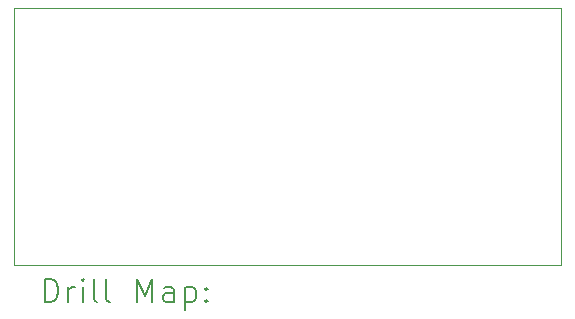
<source format=gbr>
%TF.GenerationSoftware,KiCad,Pcbnew,7.0.7*%
%TF.CreationDate,2023-09-21T17:56:14-04:00*%
%TF.ProjectId,Little_Master_Board,4c697474-6c65-45f4-9d61-737465725f42,rev?*%
%TF.SameCoordinates,Original*%
%TF.FileFunction,Drillmap*%
%TF.FilePolarity,Positive*%
%FSLAX45Y45*%
G04 Gerber Fmt 4.5, Leading zero omitted, Abs format (unit mm)*
G04 Created by KiCad (PCBNEW 7.0.7) date 2023-09-21 17:56:14*
%MOMM*%
%LPD*%
G01*
G04 APERTURE LIST*
%ADD10C,0.100000*%
%ADD11C,0.200000*%
G04 APERTURE END LIST*
D10*
X11170920Y-5821680D02*
X15798800Y-5821680D01*
X15798800Y-7995920D01*
X11170920Y-7995920D01*
X11170920Y-5821680D01*
D11*
X11426697Y-8312404D02*
X11426697Y-8112404D01*
X11426697Y-8112404D02*
X11474316Y-8112404D01*
X11474316Y-8112404D02*
X11502887Y-8121928D01*
X11502887Y-8121928D02*
X11521935Y-8140975D01*
X11521935Y-8140975D02*
X11531459Y-8160023D01*
X11531459Y-8160023D02*
X11540982Y-8198118D01*
X11540982Y-8198118D02*
X11540982Y-8226689D01*
X11540982Y-8226689D02*
X11531459Y-8264785D01*
X11531459Y-8264785D02*
X11521935Y-8283832D01*
X11521935Y-8283832D02*
X11502887Y-8302880D01*
X11502887Y-8302880D02*
X11474316Y-8312404D01*
X11474316Y-8312404D02*
X11426697Y-8312404D01*
X11626697Y-8312404D02*
X11626697Y-8179070D01*
X11626697Y-8217166D02*
X11636221Y-8198118D01*
X11636221Y-8198118D02*
X11645744Y-8188594D01*
X11645744Y-8188594D02*
X11664792Y-8179070D01*
X11664792Y-8179070D02*
X11683840Y-8179070D01*
X11750506Y-8312404D02*
X11750506Y-8179070D01*
X11750506Y-8112404D02*
X11740982Y-8121928D01*
X11740982Y-8121928D02*
X11750506Y-8131451D01*
X11750506Y-8131451D02*
X11760030Y-8121928D01*
X11760030Y-8121928D02*
X11750506Y-8112404D01*
X11750506Y-8112404D02*
X11750506Y-8131451D01*
X11874316Y-8312404D02*
X11855268Y-8302880D01*
X11855268Y-8302880D02*
X11845744Y-8283832D01*
X11845744Y-8283832D02*
X11845744Y-8112404D01*
X11979078Y-8312404D02*
X11960030Y-8302880D01*
X11960030Y-8302880D02*
X11950506Y-8283832D01*
X11950506Y-8283832D02*
X11950506Y-8112404D01*
X12207649Y-8312404D02*
X12207649Y-8112404D01*
X12207649Y-8112404D02*
X12274316Y-8255261D01*
X12274316Y-8255261D02*
X12340982Y-8112404D01*
X12340982Y-8112404D02*
X12340982Y-8312404D01*
X12521935Y-8312404D02*
X12521935Y-8207642D01*
X12521935Y-8207642D02*
X12512411Y-8188594D01*
X12512411Y-8188594D02*
X12493363Y-8179070D01*
X12493363Y-8179070D02*
X12455268Y-8179070D01*
X12455268Y-8179070D02*
X12436221Y-8188594D01*
X12521935Y-8302880D02*
X12502887Y-8312404D01*
X12502887Y-8312404D02*
X12455268Y-8312404D01*
X12455268Y-8312404D02*
X12436221Y-8302880D01*
X12436221Y-8302880D02*
X12426697Y-8283832D01*
X12426697Y-8283832D02*
X12426697Y-8264785D01*
X12426697Y-8264785D02*
X12436221Y-8245737D01*
X12436221Y-8245737D02*
X12455268Y-8236213D01*
X12455268Y-8236213D02*
X12502887Y-8236213D01*
X12502887Y-8236213D02*
X12521935Y-8226689D01*
X12617173Y-8179070D02*
X12617173Y-8379070D01*
X12617173Y-8188594D02*
X12636221Y-8179070D01*
X12636221Y-8179070D02*
X12674316Y-8179070D01*
X12674316Y-8179070D02*
X12693363Y-8188594D01*
X12693363Y-8188594D02*
X12702887Y-8198118D01*
X12702887Y-8198118D02*
X12712411Y-8217166D01*
X12712411Y-8217166D02*
X12712411Y-8274308D01*
X12712411Y-8274308D02*
X12702887Y-8293356D01*
X12702887Y-8293356D02*
X12693363Y-8302880D01*
X12693363Y-8302880D02*
X12674316Y-8312404D01*
X12674316Y-8312404D02*
X12636221Y-8312404D01*
X12636221Y-8312404D02*
X12617173Y-8302880D01*
X12798125Y-8293356D02*
X12807649Y-8302880D01*
X12807649Y-8302880D02*
X12798125Y-8312404D01*
X12798125Y-8312404D02*
X12788602Y-8302880D01*
X12788602Y-8302880D02*
X12798125Y-8293356D01*
X12798125Y-8293356D02*
X12798125Y-8312404D01*
X12798125Y-8188594D02*
X12807649Y-8198118D01*
X12807649Y-8198118D02*
X12798125Y-8207642D01*
X12798125Y-8207642D02*
X12788602Y-8198118D01*
X12788602Y-8198118D02*
X12798125Y-8188594D01*
X12798125Y-8188594D02*
X12798125Y-8207642D01*
M02*

</source>
